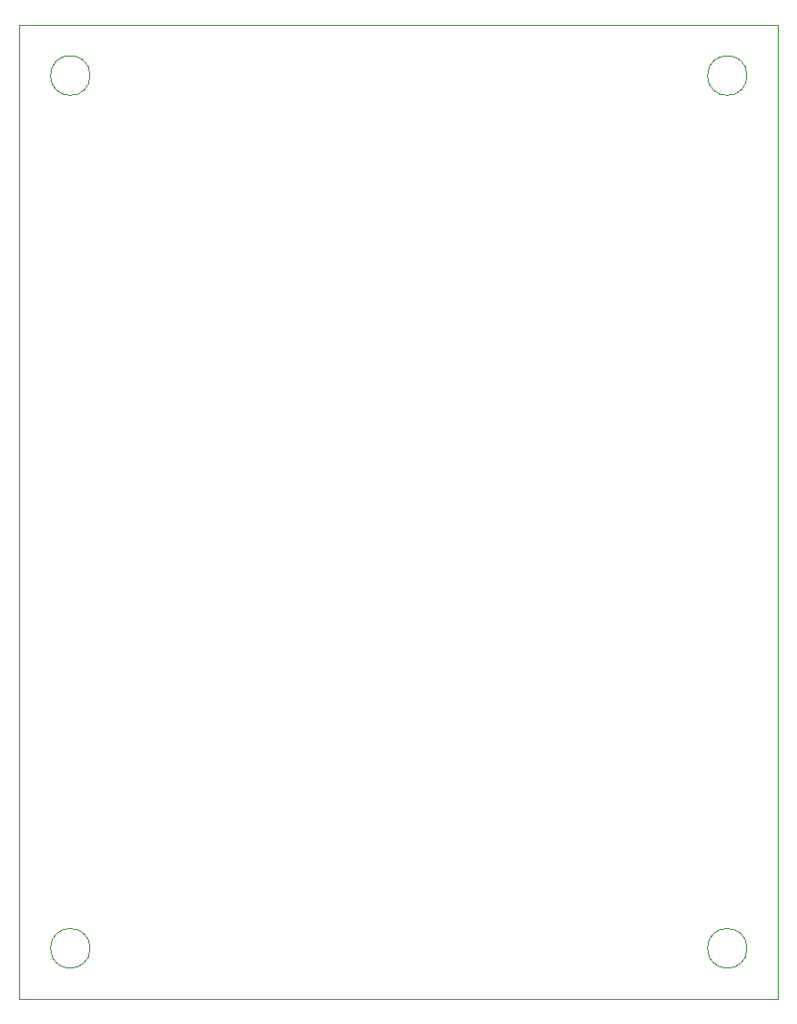
<source format=gbr>
%TF.GenerationSoftware,KiCad,Pcbnew,7.0.9*%
%TF.CreationDate,2023-12-16T09:33:54+01:00*%
%TF.ProjectId,Mutteruhr,4d757474-6572-4756-9872-2e6b69636164,rev?*%
%TF.SameCoordinates,Original*%
%TF.FileFunction,Profile,NP*%
%FSLAX46Y46*%
G04 Gerber Fmt 4.6, Leading zero omitted, Abs format (unit mm)*
G04 Created by KiCad (PCBNEW 7.0.9) date 2023-12-16 09:33:54*
%MOMM*%
%LPD*%
G01*
G04 APERTURE LIST*
%TA.AperFunction,Profile*%
%ADD10C,0.050000*%
%TD*%
G04 APERTURE END LIST*
D10*
X220500000Y-104000000D02*
X153500000Y-104000000D01*
X153500000Y-104000000D02*
X153500000Y-18000000D01*
X159750000Y-99500000D02*
G75*
G03*
X159750000Y-99500000I-1750000J0D01*
G01*
X153500000Y-18000000D02*
X220500000Y-18000000D01*
X217750000Y-99500000D02*
G75*
G03*
X217750000Y-99500000I-1750000J0D01*
G01*
X159750000Y-22500000D02*
G75*
G03*
X159750000Y-22500000I-1750000J0D01*
G01*
X217750000Y-22500000D02*
G75*
G03*
X217750000Y-22500000I-1750000J0D01*
G01*
X220500000Y-18000000D02*
X220500000Y-104000000D01*
M02*

</source>
